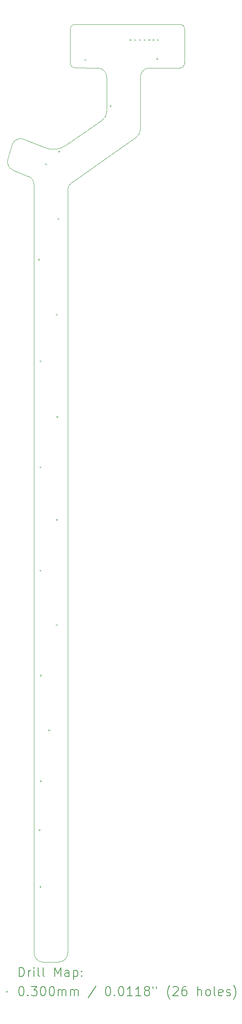
<source format=gbr>
%TF.GenerationSoftware,KiCad,Pcbnew,8.0.2*%
%TF.CreationDate,2025-02-04T18:07:09+01:00*%
%TF.ProjectId,FT25_AMS_VSENS,46543235-5f41-44d5-935f-5653454e532e,rev?*%
%TF.SameCoordinates,Original*%
%TF.FileFunction,Drillmap*%
%TF.FilePolarity,Positive*%
%FSLAX45Y45*%
G04 Gerber Fmt 4.5, Leading zero omitted, Abs format (unit mm)*
G04 Created by KiCad (PCBNEW 8.0.2) date 2025-02-04 18:07:09*
%MOMM*%
%LPD*%
G01*
G04 APERTURE LIST*
%ADD10C,0.050000*%
%ADD11C,0.200000*%
%ADD12C,0.100000*%
G04 APERTURE END LIST*
D10*
X22920000Y-4080367D02*
X22920000Y-4830000D01*
X19128085Y-6623386D02*
G75*
G02*
X19394450Y-6494242I191865J-56464D01*
G01*
X20510000Y-3980005D02*
X22820000Y-3980005D01*
X20352994Y-7607614D02*
G75*
G02*
X20438280Y-7443786I200006J-6D01*
G01*
X19863992Y-6682723D02*
X19394448Y-6494248D01*
X20352994Y-7607614D02*
X20352994Y-24303501D01*
X21210341Y-5895694D02*
X21210341Y-5135027D01*
X20308020Y-6631619D02*
G75*
G02*
X19863993Y-6682721I-269200J384459D01*
G01*
X21865056Y-6444744D02*
X20438279Y-7443784D01*
X20510708Y-4929290D02*
G75*
G02*
X20410710Y-4829290I2J100000D01*
G01*
X22819285Y-3980176D02*
G75*
G02*
X22919832Y-4081254I5J-100544D01*
G01*
X20410711Y-4829290D02*
X20410718Y-4080005D01*
X22920062Y-4829999D02*
G75*
G02*
X22814782Y-4934992I-105003J9D01*
G01*
X21210341Y-5895694D02*
G75*
G02*
X21125059Y-6059529I-200001J-6D01*
G01*
X21950341Y-5135027D02*
G75*
G02*
X22150341Y-4935021I199999J7D01*
G01*
X19155668Y-7170489D02*
G75*
G02*
X19038303Y-6928414I74502J185609D01*
G01*
X19038307Y-6928415D02*
X19128085Y-6623386D01*
X21950341Y-6280914D02*
G75*
G02*
X21865054Y-6444742I-200001J4D01*
G01*
X21950341Y-5135027D02*
X21950341Y-6280914D01*
X21010341Y-4935027D02*
X20510708Y-4929290D01*
X20352994Y-24303501D02*
G75*
G02*
X20152994Y-24503494I-199994J1D01*
G01*
X20410718Y-4080005D02*
G75*
G02*
X20510000Y-3980010I99992J5D01*
G01*
X19612994Y-24303501D02*
X19612994Y-7489288D01*
X19487495Y-7303681D02*
X19155668Y-7170489D01*
X20152994Y-24503501D02*
X19812994Y-24503501D01*
X20308020Y-6631619D02*
X21125056Y-6059525D01*
X21010341Y-4935027D02*
G75*
G02*
X21210333Y-5135027I-11J-200003D01*
G01*
X19812994Y-24503501D02*
G75*
G02*
X19612989Y-24303501I6J200011D01*
G01*
X22149782Y-4934993D02*
X22814782Y-4934993D01*
X19487495Y-7303681D02*
G75*
G02*
X19612991Y-7489288I-74495J-185599D01*
G01*
D11*
D12*
X19700000Y-9110000D02*
X19730000Y-9140000D01*
X19730000Y-9110000D02*
X19700000Y-9140000D01*
X19715000Y-21595000D02*
X19745000Y-21625000D01*
X19745000Y-21595000D02*
X19715000Y-21625000D01*
X19735000Y-13655000D02*
X19765000Y-13685000D01*
X19765000Y-13655000D02*
X19735000Y-13685000D01*
X19735000Y-15915000D02*
X19765000Y-15945000D01*
X19765000Y-15915000D02*
X19735000Y-15945000D01*
X19735000Y-22835000D02*
X19765000Y-22865000D01*
X19765000Y-22835000D02*
X19735000Y-22865000D01*
X19740000Y-11330000D02*
X19770000Y-11360000D01*
X19770000Y-11330000D02*
X19740000Y-11360000D01*
X19745000Y-18215000D02*
X19775000Y-18245000D01*
X19775000Y-18215000D02*
X19745000Y-18245000D01*
X19745000Y-20525000D02*
X19775000Y-20555000D01*
X19775000Y-20525000D02*
X19745000Y-20555000D01*
X19856842Y-7019219D02*
X19886842Y-7049219D01*
X19886842Y-7019219D02*
X19856842Y-7049219D01*
X19925000Y-19413750D02*
X19955000Y-19443750D01*
X19955000Y-19413750D02*
X19925000Y-19443750D01*
X20095000Y-10315000D02*
X20125000Y-10345000D01*
X20125000Y-10315000D02*
X20095000Y-10345000D01*
X20095000Y-14805000D02*
X20125000Y-14835000D01*
X20125000Y-14805000D02*
X20095000Y-14835000D01*
X20095000Y-17105000D02*
X20125000Y-17135000D01*
X20125000Y-17105000D02*
X20095000Y-17135000D01*
X20105000Y-12555000D02*
X20135000Y-12585000D01*
X20135000Y-12555000D02*
X20105000Y-12585000D01*
X20127500Y-8215000D02*
X20157500Y-8245000D01*
X20157500Y-8215000D02*
X20127500Y-8245000D01*
X20145550Y-6747156D02*
X20175550Y-6777156D01*
X20175550Y-6747156D02*
X20145550Y-6777156D01*
X20720000Y-4735000D02*
X20750000Y-4765000D01*
X20750000Y-4735000D02*
X20720000Y-4765000D01*
X21275000Y-5750000D02*
X21305000Y-5780000D01*
X21305000Y-5750000D02*
X21275000Y-5780000D01*
X21715000Y-4305000D02*
X21745000Y-4335000D01*
X21745000Y-4305000D02*
X21715000Y-4335000D01*
X21815000Y-4305000D02*
X21845000Y-4335000D01*
X21845000Y-4305000D02*
X21815000Y-4335000D01*
X21925000Y-4305000D02*
X21955000Y-4335000D01*
X21955000Y-4305000D02*
X21925000Y-4335000D01*
X22025000Y-4305000D02*
X22055000Y-4335000D01*
X22055000Y-4305000D02*
X22025000Y-4335000D01*
X22125000Y-4305000D02*
X22155000Y-4335000D01*
X22155000Y-4305000D02*
X22125000Y-4335000D01*
X22215000Y-4305000D02*
X22245000Y-4335000D01*
X22245000Y-4305000D02*
X22215000Y-4335000D01*
X22300000Y-4720000D02*
X22330000Y-4750000D01*
X22330000Y-4720000D02*
X22300000Y-4750000D01*
X22315000Y-4305000D02*
X22345000Y-4335000D01*
X22345000Y-4305000D02*
X22315000Y-4335000D01*
D11*
X19288444Y-24817485D02*
X19288444Y-24617485D01*
X19288444Y-24617485D02*
X19336063Y-24617485D01*
X19336063Y-24617485D02*
X19364634Y-24627009D01*
X19364634Y-24627009D02*
X19383682Y-24646057D01*
X19383682Y-24646057D02*
X19393206Y-24665104D01*
X19393206Y-24665104D02*
X19402729Y-24703199D01*
X19402729Y-24703199D02*
X19402729Y-24731771D01*
X19402729Y-24731771D02*
X19393206Y-24769866D01*
X19393206Y-24769866D02*
X19383682Y-24788914D01*
X19383682Y-24788914D02*
X19364634Y-24807961D01*
X19364634Y-24807961D02*
X19336063Y-24817485D01*
X19336063Y-24817485D02*
X19288444Y-24817485D01*
X19488444Y-24817485D02*
X19488444Y-24684152D01*
X19488444Y-24722247D02*
X19497967Y-24703199D01*
X19497967Y-24703199D02*
X19507491Y-24693676D01*
X19507491Y-24693676D02*
X19526539Y-24684152D01*
X19526539Y-24684152D02*
X19545587Y-24684152D01*
X19612253Y-24817485D02*
X19612253Y-24684152D01*
X19612253Y-24617485D02*
X19602729Y-24627009D01*
X19602729Y-24627009D02*
X19612253Y-24636533D01*
X19612253Y-24636533D02*
X19621777Y-24627009D01*
X19621777Y-24627009D02*
X19612253Y-24617485D01*
X19612253Y-24617485D02*
X19612253Y-24636533D01*
X19736063Y-24817485D02*
X19717015Y-24807961D01*
X19717015Y-24807961D02*
X19707491Y-24788914D01*
X19707491Y-24788914D02*
X19707491Y-24617485D01*
X19840825Y-24817485D02*
X19821777Y-24807961D01*
X19821777Y-24807961D02*
X19812253Y-24788914D01*
X19812253Y-24788914D02*
X19812253Y-24617485D01*
X20069396Y-24817485D02*
X20069396Y-24617485D01*
X20069396Y-24617485D02*
X20136063Y-24760342D01*
X20136063Y-24760342D02*
X20202729Y-24617485D01*
X20202729Y-24617485D02*
X20202729Y-24817485D01*
X20383682Y-24817485D02*
X20383682Y-24712723D01*
X20383682Y-24712723D02*
X20374158Y-24693676D01*
X20374158Y-24693676D02*
X20355110Y-24684152D01*
X20355110Y-24684152D02*
X20317015Y-24684152D01*
X20317015Y-24684152D02*
X20297967Y-24693676D01*
X20383682Y-24807961D02*
X20364634Y-24817485D01*
X20364634Y-24817485D02*
X20317015Y-24817485D01*
X20317015Y-24817485D02*
X20297967Y-24807961D01*
X20297967Y-24807961D02*
X20288444Y-24788914D01*
X20288444Y-24788914D02*
X20288444Y-24769866D01*
X20288444Y-24769866D02*
X20297967Y-24750818D01*
X20297967Y-24750818D02*
X20317015Y-24741295D01*
X20317015Y-24741295D02*
X20364634Y-24741295D01*
X20364634Y-24741295D02*
X20383682Y-24731771D01*
X20478920Y-24684152D02*
X20478920Y-24884152D01*
X20478920Y-24693676D02*
X20497967Y-24684152D01*
X20497967Y-24684152D02*
X20536063Y-24684152D01*
X20536063Y-24684152D02*
X20555110Y-24693676D01*
X20555110Y-24693676D02*
X20564634Y-24703199D01*
X20564634Y-24703199D02*
X20574158Y-24722247D01*
X20574158Y-24722247D02*
X20574158Y-24779390D01*
X20574158Y-24779390D02*
X20564634Y-24798437D01*
X20564634Y-24798437D02*
X20555110Y-24807961D01*
X20555110Y-24807961D02*
X20536063Y-24817485D01*
X20536063Y-24817485D02*
X20497967Y-24817485D01*
X20497967Y-24817485D02*
X20478920Y-24807961D01*
X20659872Y-24798437D02*
X20669396Y-24807961D01*
X20669396Y-24807961D02*
X20659872Y-24817485D01*
X20659872Y-24817485D02*
X20650348Y-24807961D01*
X20650348Y-24807961D02*
X20659872Y-24798437D01*
X20659872Y-24798437D02*
X20659872Y-24817485D01*
X20659872Y-24693676D02*
X20669396Y-24703199D01*
X20669396Y-24703199D02*
X20659872Y-24712723D01*
X20659872Y-24712723D02*
X20650348Y-24703199D01*
X20650348Y-24703199D02*
X20659872Y-24693676D01*
X20659872Y-24693676D02*
X20659872Y-24712723D01*
D12*
X18997667Y-25131001D02*
X19027667Y-25161001D01*
X19027667Y-25131001D02*
X18997667Y-25161001D01*
D11*
X19326539Y-25037485D02*
X19345587Y-25037485D01*
X19345587Y-25037485D02*
X19364634Y-25047009D01*
X19364634Y-25047009D02*
X19374158Y-25056533D01*
X19374158Y-25056533D02*
X19383682Y-25075580D01*
X19383682Y-25075580D02*
X19393206Y-25113676D01*
X19393206Y-25113676D02*
X19393206Y-25161295D01*
X19393206Y-25161295D02*
X19383682Y-25199390D01*
X19383682Y-25199390D02*
X19374158Y-25218437D01*
X19374158Y-25218437D02*
X19364634Y-25227961D01*
X19364634Y-25227961D02*
X19345587Y-25237485D01*
X19345587Y-25237485D02*
X19326539Y-25237485D01*
X19326539Y-25237485D02*
X19307491Y-25227961D01*
X19307491Y-25227961D02*
X19297967Y-25218437D01*
X19297967Y-25218437D02*
X19288444Y-25199390D01*
X19288444Y-25199390D02*
X19278920Y-25161295D01*
X19278920Y-25161295D02*
X19278920Y-25113676D01*
X19278920Y-25113676D02*
X19288444Y-25075580D01*
X19288444Y-25075580D02*
X19297967Y-25056533D01*
X19297967Y-25056533D02*
X19307491Y-25047009D01*
X19307491Y-25047009D02*
X19326539Y-25037485D01*
X19478920Y-25218437D02*
X19488444Y-25227961D01*
X19488444Y-25227961D02*
X19478920Y-25237485D01*
X19478920Y-25237485D02*
X19469396Y-25227961D01*
X19469396Y-25227961D02*
X19478920Y-25218437D01*
X19478920Y-25218437D02*
X19478920Y-25237485D01*
X19555110Y-25037485D02*
X19678920Y-25037485D01*
X19678920Y-25037485D02*
X19612253Y-25113676D01*
X19612253Y-25113676D02*
X19640825Y-25113676D01*
X19640825Y-25113676D02*
X19659872Y-25123199D01*
X19659872Y-25123199D02*
X19669396Y-25132723D01*
X19669396Y-25132723D02*
X19678920Y-25151771D01*
X19678920Y-25151771D02*
X19678920Y-25199390D01*
X19678920Y-25199390D02*
X19669396Y-25218437D01*
X19669396Y-25218437D02*
X19659872Y-25227961D01*
X19659872Y-25227961D02*
X19640825Y-25237485D01*
X19640825Y-25237485D02*
X19583682Y-25237485D01*
X19583682Y-25237485D02*
X19564634Y-25227961D01*
X19564634Y-25227961D02*
X19555110Y-25218437D01*
X19802729Y-25037485D02*
X19821777Y-25037485D01*
X19821777Y-25037485D02*
X19840825Y-25047009D01*
X19840825Y-25047009D02*
X19850348Y-25056533D01*
X19850348Y-25056533D02*
X19859872Y-25075580D01*
X19859872Y-25075580D02*
X19869396Y-25113676D01*
X19869396Y-25113676D02*
X19869396Y-25161295D01*
X19869396Y-25161295D02*
X19859872Y-25199390D01*
X19859872Y-25199390D02*
X19850348Y-25218437D01*
X19850348Y-25218437D02*
X19840825Y-25227961D01*
X19840825Y-25227961D02*
X19821777Y-25237485D01*
X19821777Y-25237485D02*
X19802729Y-25237485D01*
X19802729Y-25237485D02*
X19783682Y-25227961D01*
X19783682Y-25227961D02*
X19774158Y-25218437D01*
X19774158Y-25218437D02*
X19764634Y-25199390D01*
X19764634Y-25199390D02*
X19755110Y-25161295D01*
X19755110Y-25161295D02*
X19755110Y-25113676D01*
X19755110Y-25113676D02*
X19764634Y-25075580D01*
X19764634Y-25075580D02*
X19774158Y-25056533D01*
X19774158Y-25056533D02*
X19783682Y-25047009D01*
X19783682Y-25047009D02*
X19802729Y-25037485D01*
X19993206Y-25037485D02*
X20012253Y-25037485D01*
X20012253Y-25037485D02*
X20031301Y-25047009D01*
X20031301Y-25047009D02*
X20040825Y-25056533D01*
X20040825Y-25056533D02*
X20050348Y-25075580D01*
X20050348Y-25075580D02*
X20059872Y-25113676D01*
X20059872Y-25113676D02*
X20059872Y-25161295D01*
X20059872Y-25161295D02*
X20050348Y-25199390D01*
X20050348Y-25199390D02*
X20040825Y-25218437D01*
X20040825Y-25218437D02*
X20031301Y-25227961D01*
X20031301Y-25227961D02*
X20012253Y-25237485D01*
X20012253Y-25237485D02*
X19993206Y-25237485D01*
X19993206Y-25237485D02*
X19974158Y-25227961D01*
X19974158Y-25227961D02*
X19964634Y-25218437D01*
X19964634Y-25218437D02*
X19955110Y-25199390D01*
X19955110Y-25199390D02*
X19945587Y-25161295D01*
X19945587Y-25161295D02*
X19945587Y-25113676D01*
X19945587Y-25113676D02*
X19955110Y-25075580D01*
X19955110Y-25075580D02*
X19964634Y-25056533D01*
X19964634Y-25056533D02*
X19974158Y-25047009D01*
X19974158Y-25047009D02*
X19993206Y-25037485D01*
X20145587Y-25237485D02*
X20145587Y-25104152D01*
X20145587Y-25123199D02*
X20155110Y-25113676D01*
X20155110Y-25113676D02*
X20174158Y-25104152D01*
X20174158Y-25104152D02*
X20202729Y-25104152D01*
X20202729Y-25104152D02*
X20221777Y-25113676D01*
X20221777Y-25113676D02*
X20231301Y-25132723D01*
X20231301Y-25132723D02*
X20231301Y-25237485D01*
X20231301Y-25132723D02*
X20240825Y-25113676D01*
X20240825Y-25113676D02*
X20259872Y-25104152D01*
X20259872Y-25104152D02*
X20288444Y-25104152D01*
X20288444Y-25104152D02*
X20307491Y-25113676D01*
X20307491Y-25113676D02*
X20317015Y-25132723D01*
X20317015Y-25132723D02*
X20317015Y-25237485D01*
X20412253Y-25237485D02*
X20412253Y-25104152D01*
X20412253Y-25123199D02*
X20421777Y-25113676D01*
X20421777Y-25113676D02*
X20440825Y-25104152D01*
X20440825Y-25104152D02*
X20469396Y-25104152D01*
X20469396Y-25104152D02*
X20488444Y-25113676D01*
X20488444Y-25113676D02*
X20497968Y-25132723D01*
X20497968Y-25132723D02*
X20497968Y-25237485D01*
X20497968Y-25132723D02*
X20507491Y-25113676D01*
X20507491Y-25113676D02*
X20526539Y-25104152D01*
X20526539Y-25104152D02*
X20555110Y-25104152D01*
X20555110Y-25104152D02*
X20574158Y-25113676D01*
X20574158Y-25113676D02*
X20583682Y-25132723D01*
X20583682Y-25132723D02*
X20583682Y-25237485D01*
X20974158Y-25027961D02*
X20802730Y-25285104D01*
X21231301Y-25037485D02*
X21250349Y-25037485D01*
X21250349Y-25037485D02*
X21269396Y-25047009D01*
X21269396Y-25047009D02*
X21278920Y-25056533D01*
X21278920Y-25056533D02*
X21288444Y-25075580D01*
X21288444Y-25075580D02*
X21297968Y-25113676D01*
X21297968Y-25113676D02*
X21297968Y-25161295D01*
X21297968Y-25161295D02*
X21288444Y-25199390D01*
X21288444Y-25199390D02*
X21278920Y-25218437D01*
X21278920Y-25218437D02*
X21269396Y-25227961D01*
X21269396Y-25227961D02*
X21250349Y-25237485D01*
X21250349Y-25237485D02*
X21231301Y-25237485D01*
X21231301Y-25237485D02*
X21212253Y-25227961D01*
X21212253Y-25227961D02*
X21202730Y-25218437D01*
X21202730Y-25218437D02*
X21193206Y-25199390D01*
X21193206Y-25199390D02*
X21183682Y-25161295D01*
X21183682Y-25161295D02*
X21183682Y-25113676D01*
X21183682Y-25113676D02*
X21193206Y-25075580D01*
X21193206Y-25075580D02*
X21202730Y-25056533D01*
X21202730Y-25056533D02*
X21212253Y-25047009D01*
X21212253Y-25047009D02*
X21231301Y-25037485D01*
X21383682Y-25218437D02*
X21393206Y-25227961D01*
X21393206Y-25227961D02*
X21383682Y-25237485D01*
X21383682Y-25237485D02*
X21374158Y-25227961D01*
X21374158Y-25227961D02*
X21383682Y-25218437D01*
X21383682Y-25218437D02*
X21383682Y-25237485D01*
X21517015Y-25037485D02*
X21536063Y-25037485D01*
X21536063Y-25037485D02*
X21555111Y-25047009D01*
X21555111Y-25047009D02*
X21564634Y-25056533D01*
X21564634Y-25056533D02*
X21574158Y-25075580D01*
X21574158Y-25075580D02*
X21583682Y-25113676D01*
X21583682Y-25113676D02*
X21583682Y-25161295D01*
X21583682Y-25161295D02*
X21574158Y-25199390D01*
X21574158Y-25199390D02*
X21564634Y-25218437D01*
X21564634Y-25218437D02*
X21555111Y-25227961D01*
X21555111Y-25227961D02*
X21536063Y-25237485D01*
X21536063Y-25237485D02*
X21517015Y-25237485D01*
X21517015Y-25237485D02*
X21497968Y-25227961D01*
X21497968Y-25227961D02*
X21488444Y-25218437D01*
X21488444Y-25218437D02*
X21478920Y-25199390D01*
X21478920Y-25199390D02*
X21469396Y-25161295D01*
X21469396Y-25161295D02*
X21469396Y-25113676D01*
X21469396Y-25113676D02*
X21478920Y-25075580D01*
X21478920Y-25075580D02*
X21488444Y-25056533D01*
X21488444Y-25056533D02*
X21497968Y-25047009D01*
X21497968Y-25047009D02*
X21517015Y-25037485D01*
X21774158Y-25237485D02*
X21659872Y-25237485D01*
X21717015Y-25237485D02*
X21717015Y-25037485D01*
X21717015Y-25037485D02*
X21697968Y-25066057D01*
X21697968Y-25066057D02*
X21678920Y-25085104D01*
X21678920Y-25085104D02*
X21659872Y-25094628D01*
X21964634Y-25237485D02*
X21850349Y-25237485D01*
X21907491Y-25237485D02*
X21907491Y-25037485D01*
X21907491Y-25037485D02*
X21888444Y-25066057D01*
X21888444Y-25066057D02*
X21869396Y-25085104D01*
X21869396Y-25085104D02*
X21850349Y-25094628D01*
X22078920Y-25123199D02*
X22059872Y-25113676D01*
X22059872Y-25113676D02*
X22050349Y-25104152D01*
X22050349Y-25104152D02*
X22040825Y-25085104D01*
X22040825Y-25085104D02*
X22040825Y-25075580D01*
X22040825Y-25075580D02*
X22050349Y-25056533D01*
X22050349Y-25056533D02*
X22059872Y-25047009D01*
X22059872Y-25047009D02*
X22078920Y-25037485D01*
X22078920Y-25037485D02*
X22117015Y-25037485D01*
X22117015Y-25037485D02*
X22136063Y-25047009D01*
X22136063Y-25047009D02*
X22145587Y-25056533D01*
X22145587Y-25056533D02*
X22155111Y-25075580D01*
X22155111Y-25075580D02*
X22155111Y-25085104D01*
X22155111Y-25085104D02*
X22145587Y-25104152D01*
X22145587Y-25104152D02*
X22136063Y-25113676D01*
X22136063Y-25113676D02*
X22117015Y-25123199D01*
X22117015Y-25123199D02*
X22078920Y-25123199D01*
X22078920Y-25123199D02*
X22059872Y-25132723D01*
X22059872Y-25132723D02*
X22050349Y-25142247D01*
X22050349Y-25142247D02*
X22040825Y-25161295D01*
X22040825Y-25161295D02*
X22040825Y-25199390D01*
X22040825Y-25199390D02*
X22050349Y-25218437D01*
X22050349Y-25218437D02*
X22059872Y-25227961D01*
X22059872Y-25227961D02*
X22078920Y-25237485D01*
X22078920Y-25237485D02*
X22117015Y-25237485D01*
X22117015Y-25237485D02*
X22136063Y-25227961D01*
X22136063Y-25227961D02*
X22145587Y-25218437D01*
X22145587Y-25218437D02*
X22155111Y-25199390D01*
X22155111Y-25199390D02*
X22155111Y-25161295D01*
X22155111Y-25161295D02*
X22145587Y-25142247D01*
X22145587Y-25142247D02*
X22136063Y-25132723D01*
X22136063Y-25132723D02*
X22117015Y-25123199D01*
X22231301Y-25037485D02*
X22231301Y-25075580D01*
X22307492Y-25037485D02*
X22307492Y-25075580D01*
X22602730Y-25313676D02*
X22593206Y-25304152D01*
X22593206Y-25304152D02*
X22574158Y-25275580D01*
X22574158Y-25275580D02*
X22564634Y-25256533D01*
X22564634Y-25256533D02*
X22555111Y-25227961D01*
X22555111Y-25227961D02*
X22545587Y-25180342D01*
X22545587Y-25180342D02*
X22545587Y-25142247D01*
X22545587Y-25142247D02*
X22555111Y-25094628D01*
X22555111Y-25094628D02*
X22564634Y-25066057D01*
X22564634Y-25066057D02*
X22574158Y-25047009D01*
X22574158Y-25047009D02*
X22593206Y-25018437D01*
X22593206Y-25018437D02*
X22602730Y-25008914D01*
X22669396Y-25056533D02*
X22678920Y-25047009D01*
X22678920Y-25047009D02*
X22697968Y-25037485D01*
X22697968Y-25037485D02*
X22745587Y-25037485D01*
X22745587Y-25037485D02*
X22764634Y-25047009D01*
X22764634Y-25047009D02*
X22774158Y-25056533D01*
X22774158Y-25056533D02*
X22783682Y-25075580D01*
X22783682Y-25075580D02*
X22783682Y-25094628D01*
X22783682Y-25094628D02*
X22774158Y-25123199D01*
X22774158Y-25123199D02*
X22659872Y-25237485D01*
X22659872Y-25237485D02*
X22783682Y-25237485D01*
X22955111Y-25037485D02*
X22917015Y-25037485D01*
X22917015Y-25037485D02*
X22897968Y-25047009D01*
X22897968Y-25047009D02*
X22888444Y-25056533D01*
X22888444Y-25056533D02*
X22869396Y-25085104D01*
X22869396Y-25085104D02*
X22859872Y-25123199D01*
X22859872Y-25123199D02*
X22859872Y-25199390D01*
X22859872Y-25199390D02*
X22869396Y-25218437D01*
X22869396Y-25218437D02*
X22878920Y-25227961D01*
X22878920Y-25227961D02*
X22897968Y-25237485D01*
X22897968Y-25237485D02*
X22936063Y-25237485D01*
X22936063Y-25237485D02*
X22955111Y-25227961D01*
X22955111Y-25227961D02*
X22964634Y-25218437D01*
X22964634Y-25218437D02*
X22974158Y-25199390D01*
X22974158Y-25199390D02*
X22974158Y-25151771D01*
X22974158Y-25151771D02*
X22964634Y-25132723D01*
X22964634Y-25132723D02*
X22955111Y-25123199D01*
X22955111Y-25123199D02*
X22936063Y-25113676D01*
X22936063Y-25113676D02*
X22897968Y-25113676D01*
X22897968Y-25113676D02*
X22878920Y-25123199D01*
X22878920Y-25123199D02*
X22869396Y-25132723D01*
X22869396Y-25132723D02*
X22859872Y-25151771D01*
X23212253Y-25237485D02*
X23212253Y-25037485D01*
X23297968Y-25237485D02*
X23297968Y-25132723D01*
X23297968Y-25132723D02*
X23288444Y-25113676D01*
X23288444Y-25113676D02*
X23269396Y-25104152D01*
X23269396Y-25104152D02*
X23240825Y-25104152D01*
X23240825Y-25104152D02*
X23221777Y-25113676D01*
X23221777Y-25113676D02*
X23212253Y-25123199D01*
X23421777Y-25237485D02*
X23402730Y-25227961D01*
X23402730Y-25227961D02*
X23393206Y-25218437D01*
X23393206Y-25218437D02*
X23383682Y-25199390D01*
X23383682Y-25199390D02*
X23383682Y-25142247D01*
X23383682Y-25142247D02*
X23393206Y-25123199D01*
X23393206Y-25123199D02*
X23402730Y-25113676D01*
X23402730Y-25113676D02*
X23421777Y-25104152D01*
X23421777Y-25104152D02*
X23450349Y-25104152D01*
X23450349Y-25104152D02*
X23469396Y-25113676D01*
X23469396Y-25113676D02*
X23478920Y-25123199D01*
X23478920Y-25123199D02*
X23488444Y-25142247D01*
X23488444Y-25142247D02*
X23488444Y-25199390D01*
X23488444Y-25199390D02*
X23478920Y-25218437D01*
X23478920Y-25218437D02*
X23469396Y-25227961D01*
X23469396Y-25227961D02*
X23450349Y-25237485D01*
X23450349Y-25237485D02*
X23421777Y-25237485D01*
X23602730Y-25237485D02*
X23583682Y-25227961D01*
X23583682Y-25227961D02*
X23574158Y-25208914D01*
X23574158Y-25208914D02*
X23574158Y-25037485D01*
X23755111Y-25227961D02*
X23736063Y-25237485D01*
X23736063Y-25237485D02*
X23697968Y-25237485D01*
X23697968Y-25237485D02*
X23678920Y-25227961D01*
X23678920Y-25227961D02*
X23669396Y-25208914D01*
X23669396Y-25208914D02*
X23669396Y-25132723D01*
X23669396Y-25132723D02*
X23678920Y-25113676D01*
X23678920Y-25113676D02*
X23697968Y-25104152D01*
X23697968Y-25104152D02*
X23736063Y-25104152D01*
X23736063Y-25104152D02*
X23755111Y-25113676D01*
X23755111Y-25113676D02*
X23764634Y-25132723D01*
X23764634Y-25132723D02*
X23764634Y-25151771D01*
X23764634Y-25151771D02*
X23669396Y-25170818D01*
X23840825Y-25227961D02*
X23859873Y-25237485D01*
X23859873Y-25237485D02*
X23897968Y-25237485D01*
X23897968Y-25237485D02*
X23917015Y-25227961D01*
X23917015Y-25227961D02*
X23926539Y-25208914D01*
X23926539Y-25208914D02*
X23926539Y-25199390D01*
X23926539Y-25199390D02*
X23917015Y-25180342D01*
X23917015Y-25180342D02*
X23897968Y-25170818D01*
X23897968Y-25170818D02*
X23869396Y-25170818D01*
X23869396Y-25170818D02*
X23850349Y-25161295D01*
X23850349Y-25161295D02*
X23840825Y-25142247D01*
X23840825Y-25142247D02*
X23840825Y-25132723D01*
X23840825Y-25132723D02*
X23850349Y-25113676D01*
X23850349Y-25113676D02*
X23869396Y-25104152D01*
X23869396Y-25104152D02*
X23897968Y-25104152D01*
X23897968Y-25104152D02*
X23917015Y-25113676D01*
X23993206Y-25313676D02*
X24002730Y-25304152D01*
X24002730Y-25304152D02*
X24021777Y-25275580D01*
X24021777Y-25275580D02*
X24031301Y-25256533D01*
X24031301Y-25256533D02*
X24040825Y-25227961D01*
X24040825Y-25227961D02*
X24050349Y-25180342D01*
X24050349Y-25180342D02*
X24050349Y-25142247D01*
X24050349Y-25142247D02*
X24040825Y-25094628D01*
X24040825Y-25094628D02*
X24031301Y-25066057D01*
X24031301Y-25066057D02*
X24021777Y-25047009D01*
X24021777Y-25047009D02*
X24002730Y-25018437D01*
X24002730Y-25018437D02*
X23993206Y-25008914D01*
M02*

</source>
